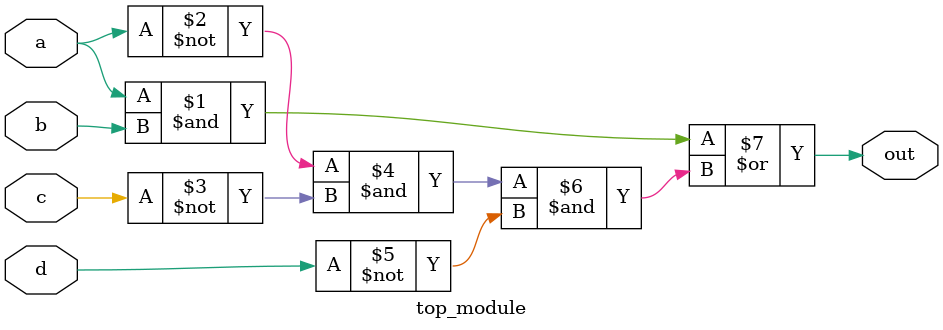
<source format=v>
module top_module(
    input a,
    input b,
    input c,
    input d,
    output out
);
    // Simplified Boolean expression
    assign out = (a & b) | (~a & ~c & ~d);
endmodule
</source>
